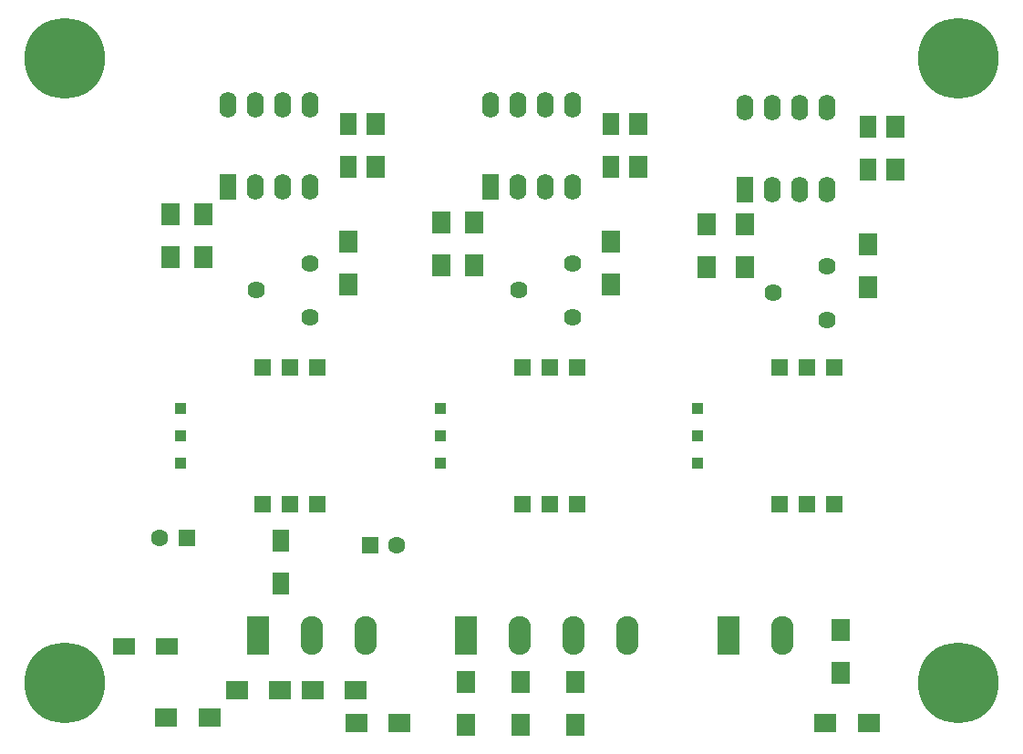
<source format=gbs>
G04 #@! TF.FileFunction,Soldermask,Bot*
%FSLAX46Y46*%
G04 Gerber Fmt 4.6, Leading zero omitted, Abs format (unit mm)*
G04 Created by KiCad (PCBNEW 4.0.6) date 2017 August 07, Monday 14:19:28*
%MOMM*%
%LPD*%
G01*
G04 APERTURE LIST*
%ADD10C,0.100000*%
%ADD11R,2.100000X3.600000*%
%ADD12O,2.100000X3.600000*%
%ADD13R,1.600000X2.000000*%
%ADD14R,2.000000X1.600000*%
%ADD15R,1.600000X2.400000*%
%ADD16O,1.600000X2.400000*%
%ADD17R,1.700000X2.000000*%
%ADD18R,2.000000X1.700000*%
%ADD19R,1.600000X1.600000*%
%ADD20C,1.600000*%
%ADD21C,1.620000*%
%ADD22R,1.100000X1.100000*%
%ADD23R,1.500000X1.500000*%
%ADD24C,7.500000*%
G04 APERTURE END LIST*
D10*
D11*
X73914000Y-147574000D03*
D12*
X78914000Y-147574000D03*
X83914000Y-147574000D03*
D11*
X93218000Y-147574000D03*
D12*
X98218000Y-147574000D03*
X103218000Y-147574000D03*
X108218000Y-147574000D03*
D11*
X117602000Y-147574000D03*
D12*
X122602000Y-147574000D03*
D13*
X76047600Y-142792200D03*
X76047600Y-138792200D03*
D14*
X65500000Y-148590000D03*
X61500000Y-148590000D03*
D13*
X130556000Y-100362000D03*
X130556000Y-104362000D03*
X106680000Y-100108000D03*
X106680000Y-104108000D03*
X82296000Y-100108000D03*
X82296000Y-104108000D03*
D15*
X95504000Y-105918000D03*
D16*
X103124000Y-98298000D03*
X98044000Y-105918000D03*
X100584000Y-98298000D03*
X100584000Y-105918000D03*
X98044000Y-98298000D03*
X103124000Y-105918000D03*
X95504000Y-98298000D03*
D15*
X119126000Y-106172000D03*
D16*
X126746000Y-98552000D03*
X121666000Y-106172000D03*
X124206000Y-98552000D03*
X124206000Y-106172000D03*
X121666000Y-98552000D03*
X126746000Y-106172000D03*
X119126000Y-98552000D03*
D15*
X71120000Y-105918000D03*
D16*
X78740000Y-98298000D03*
X73660000Y-105918000D03*
X76200000Y-98298000D03*
X76200000Y-105918000D03*
X73660000Y-98298000D03*
X78740000Y-105918000D03*
X71120000Y-98298000D03*
D17*
X65786000Y-108490000D03*
X65786000Y-112490000D03*
X90932000Y-109252000D03*
X90932000Y-113252000D03*
X119126000Y-109379000D03*
X119126000Y-113379000D03*
X84836000Y-100108000D03*
X84836000Y-104108000D03*
X82296000Y-115030000D03*
X82296000Y-111030000D03*
X109220000Y-100108000D03*
X109220000Y-104108000D03*
X106680000Y-115030000D03*
X106680000Y-111030000D03*
X133096000Y-100362000D03*
X133096000Y-104362000D03*
X130556000Y-115284000D03*
X130556000Y-111284000D03*
X68834000Y-112490000D03*
X68834000Y-108490000D03*
X93980000Y-113252000D03*
X93980000Y-109252000D03*
X115570000Y-113379000D03*
X115570000Y-109379000D03*
X93218000Y-155924000D03*
X93218000Y-151924000D03*
X98298000Y-155924000D03*
X98298000Y-151924000D03*
X103378000Y-155924000D03*
X103378000Y-151924000D03*
D18*
X75990200Y-152679400D03*
X71990200Y-152679400D03*
D17*
X128016000Y-147098000D03*
X128016000Y-151098000D03*
D19*
X67310000Y-138557000D03*
D20*
X64810000Y-138557000D03*
D19*
X84328000Y-139192000D03*
D20*
X86828000Y-139192000D03*
D18*
X69437000Y-155194000D03*
X65437000Y-155194000D03*
X130651000Y-155702000D03*
X126651000Y-155702000D03*
D21*
X78740000Y-118030000D03*
X73740000Y-115530000D03*
X78740000Y-113030000D03*
X103124000Y-118030000D03*
X98124000Y-115530000D03*
X103124000Y-113030000D03*
X126746000Y-118284000D03*
X121746000Y-115784000D03*
X126746000Y-113284000D03*
D18*
X87090000Y-155702000D03*
X83090000Y-155702000D03*
X79026000Y-152654000D03*
X83026000Y-152654000D03*
D22*
X90868000Y-131572000D03*
X90868000Y-126492000D03*
X90868000Y-129032000D03*
D23*
X103568000Y-135382000D03*
X101028000Y-135382000D03*
X98488000Y-135382000D03*
X103568000Y-122682000D03*
X101028000Y-122682000D03*
X98488000Y-122682000D03*
D22*
X114744000Y-131572000D03*
X114744000Y-126492000D03*
X114744000Y-129032000D03*
D23*
X127444000Y-135382000D03*
X124904000Y-135382000D03*
X122364000Y-135382000D03*
X127444000Y-122682000D03*
X124904000Y-122682000D03*
X122364000Y-122682000D03*
D22*
X66738000Y-131572000D03*
X66738000Y-126492000D03*
X66738000Y-129032000D03*
D23*
X79438000Y-135382000D03*
X76898000Y-135382000D03*
X74358000Y-135382000D03*
X79438000Y-122682000D03*
X76898000Y-122682000D03*
X74358000Y-122682000D03*
D24*
X56000000Y-94000000D03*
X139000000Y-94000000D03*
X56000000Y-152000000D03*
X139000000Y-152000000D03*
M02*

</source>
